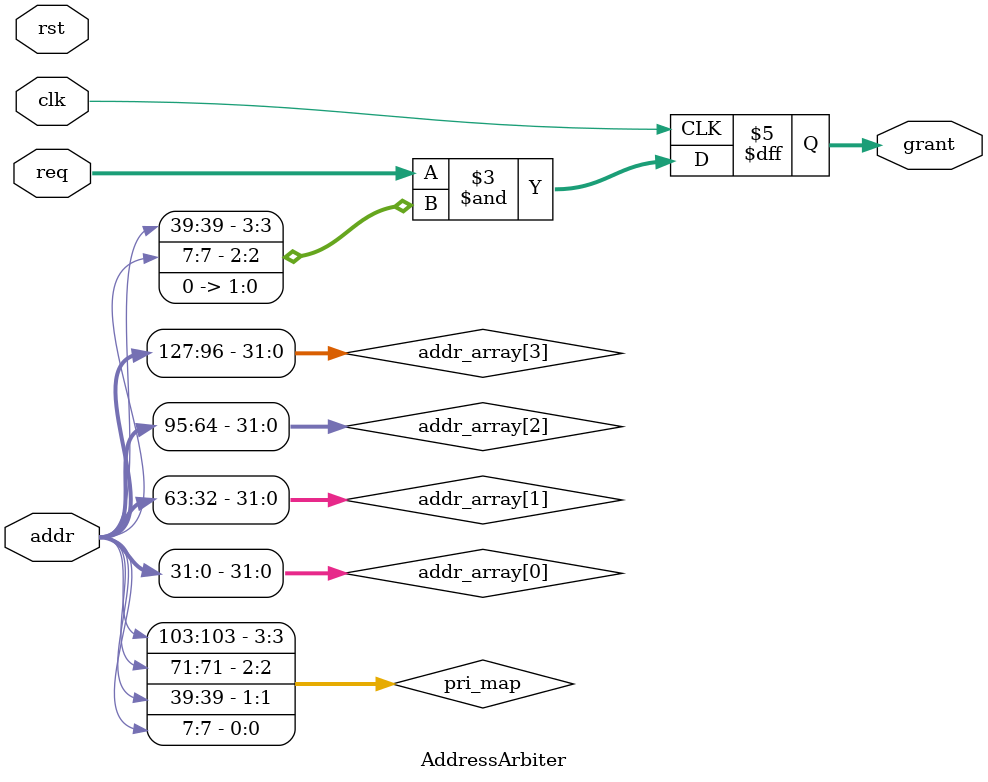
<source format=sv>
module AddressArbiter #(parameter AW=32) (
    input clk, rst,
    input [4*AW-1:0] addr,  // 扁平化数组
    input [3:0] req,
    output reg [3:0] grant
);
wire [AW-1:0] addr_array [0:3];
wire [3:0] pri_map;

// Extract individual addresses
genvar g;
generate
    for (g = 0; g < 4; g = g + 1) begin: addr_extract
        assign addr_array[g] = addr[g*AW +: AW];
    end
endgenerate

// Extract priority bits from MSB of each address
assign pri_map = {
    addr_array[3][7],  // 高优先级位
    addr_array[2][7],
    addr_array[1][7],
    addr_array[0][7]
};

always @(posedge clk) 
    grant <= req & (pri_map << 2); // $clog2(4) = 2
endmodule
</source>
